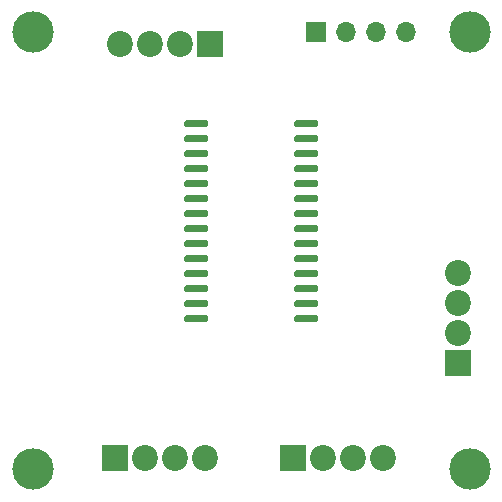
<source format=gbr>
%TF.GenerationSoftware,KiCad,Pcbnew,(5.1.8-0-10_14)*%
%TF.CreationDate,2020-12-02T22:30:47-05:00*%
%TF.ProjectId,Bartender Bot PCB,42617274-656e-4646-9572-20426f742050,rev?*%
%TF.SameCoordinates,Original*%
%TF.FileFunction,Soldermask,Top*%
%TF.FilePolarity,Negative*%
%FSLAX46Y46*%
G04 Gerber Fmt 4.6, Leading zero omitted, Abs format (unit mm)*
G04 Created by KiCad (PCBNEW (5.1.8-0-10_14)) date 2020-12-02 22:30:47*
%MOMM*%
%LPD*%
G01*
G04 APERTURE LIST*
%ADD10C,2.200000*%
%ADD11R,2.200000X2.200000*%
%ADD12C,3.505200*%
%ADD13R,1.700000X1.700000*%
%ADD14O,1.700000X1.700000*%
G04 APERTURE END LIST*
%TO.C,U1*%
G36*
G01*
X115825000Y-50895000D02*
X115825000Y-50595000D01*
G75*
G02*
X115975000Y-50445000I150000J0D01*
G01*
X117725000Y-50445000D01*
G75*
G02*
X117875000Y-50595000I0J-150000D01*
G01*
X117875000Y-50895000D01*
G75*
G02*
X117725000Y-51045000I-150000J0D01*
G01*
X115975000Y-51045000D01*
G75*
G02*
X115825000Y-50895000I0J150000D01*
G01*
G37*
G36*
G01*
X115825000Y-52165000D02*
X115825000Y-51865000D01*
G75*
G02*
X115975000Y-51715000I150000J0D01*
G01*
X117725000Y-51715000D01*
G75*
G02*
X117875000Y-51865000I0J-150000D01*
G01*
X117875000Y-52165000D01*
G75*
G02*
X117725000Y-52315000I-150000J0D01*
G01*
X115975000Y-52315000D01*
G75*
G02*
X115825000Y-52165000I0J150000D01*
G01*
G37*
G36*
G01*
X115825000Y-53435000D02*
X115825000Y-53135000D01*
G75*
G02*
X115975000Y-52985000I150000J0D01*
G01*
X117725000Y-52985000D01*
G75*
G02*
X117875000Y-53135000I0J-150000D01*
G01*
X117875000Y-53435000D01*
G75*
G02*
X117725000Y-53585000I-150000J0D01*
G01*
X115975000Y-53585000D01*
G75*
G02*
X115825000Y-53435000I0J150000D01*
G01*
G37*
G36*
G01*
X115825000Y-54705000D02*
X115825000Y-54405000D01*
G75*
G02*
X115975000Y-54255000I150000J0D01*
G01*
X117725000Y-54255000D01*
G75*
G02*
X117875000Y-54405000I0J-150000D01*
G01*
X117875000Y-54705000D01*
G75*
G02*
X117725000Y-54855000I-150000J0D01*
G01*
X115975000Y-54855000D01*
G75*
G02*
X115825000Y-54705000I0J150000D01*
G01*
G37*
G36*
G01*
X115825000Y-55975000D02*
X115825000Y-55675000D01*
G75*
G02*
X115975000Y-55525000I150000J0D01*
G01*
X117725000Y-55525000D01*
G75*
G02*
X117875000Y-55675000I0J-150000D01*
G01*
X117875000Y-55975000D01*
G75*
G02*
X117725000Y-56125000I-150000J0D01*
G01*
X115975000Y-56125000D01*
G75*
G02*
X115825000Y-55975000I0J150000D01*
G01*
G37*
G36*
G01*
X115825000Y-57245000D02*
X115825000Y-56945000D01*
G75*
G02*
X115975000Y-56795000I150000J0D01*
G01*
X117725000Y-56795000D01*
G75*
G02*
X117875000Y-56945000I0J-150000D01*
G01*
X117875000Y-57245000D01*
G75*
G02*
X117725000Y-57395000I-150000J0D01*
G01*
X115975000Y-57395000D01*
G75*
G02*
X115825000Y-57245000I0J150000D01*
G01*
G37*
G36*
G01*
X115825000Y-58515000D02*
X115825000Y-58215000D01*
G75*
G02*
X115975000Y-58065000I150000J0D01*
G01*
X117725000Y-58065000D01*
G75*
G02*
X117875000Y-58215000I0J-150000D01*
G01*
X117875000Y-58515000D01*
G75*
G02*
X117725000Y-58665000I-150000J0D01*
G01*
X115975000Y-58665000D01*
G75*
G02*
X115825000Y-58515000I0J150000D01*
G01*
G37*
G36*
G01*
X115825000Y-59785000D02*
X115825000Y-59485000D01*
G75*
G02*
X115975000Y-59335000I150000J0D01*
G01*
X117725000Y-59335000D01*
G75*
G02*
X117875000Y-59485000I0J-150000D01*
G01*
X117875000Y-59785000D01*
G75*
G02*
X117725000Y-59935000I-150000J0D01*
G01*
X115975000Y-59935000D01*
G75*
G02*
X115825000Y-59785000I0J150000D01*
G01*
G37*
G36*
G01*
X115825000Y-61055000D02*
X115825000Y-60755000D01*
G75*
G02*
X115975000Y-60605000I150000J0D01*
G01*
X117725000Y-60605000D01*
G75*
G02*
X117875000Y-60755000I0J-150000D01*
G01*
X117875000Y-61055000D01*
G75*
G02*
X117725000Y-61205000I-150000J0D01*
G01*
X115975000Y-61205000D01*
G75*
G02*
X115825000Y-61055000I0J150000D01*
G01*
G37*
G36*
G01*
X115825000Y-62325000D02*
X115825000Y-62025000D01*
G75*
G02*
X115975000Y-61875000I150000J0D01*
G01*
X117725000Y-61875000D01*
G75*
G02*
X117875000Y-62025000I0J-150000D01*
G01*
X117875000Y-62325000D01*
G75*
G02*
X117725000Y-62475000I-150000J0D01*
G01*
X115975000Y-62475000D01*
G75*
G02*
X115825000Y-62325000I0J150000D01*
G01*
G37*
G36*
G01*
X115825000Y-63595000D02*
X115825000Y-63295000D01*
G75*
G02*
X115975000Y-63145000I150000J0D01*
G01*
X117725000Y-63145000D01*
G75*
G02*
X117875000Y-63295000I0J-150000D01*
G01*
X117875000Y-63595000D01*
G75*
G02*
X117725000Y-63745000I-150000J0D01*
G01*
X115975000Y-63745000D01*
G75*
G02*
X115825000Y-63595000I0J150000D01*
G01*
G37*
G36*
G01*
X115825000Y-64865000D02*
X115825000Y-64565000D01*
G75*
G02*
X115975000Y-64415000I150000J0D01*
G01*
X117725000Y-64415000D01*
G75*
G02*
X117875000Y-64565000I0J-150000D01*
G01*
X117875000Y-64865000D01*
G75*
G02*
X117725000Y-65015000I-150000J0D01*
G01*
X115975000Y-65015000D01*
G75*
G02*
X115825000Y-64865000I0J150000D01*
G01*
G37*
G36*
G01*
X115825000Y-66135000D02*
X115825000Y-65835000D01*
G75*
G02*
X115975000Y-65685000I150000J0D01*
G01*
X117725000Y-65685000D01*
G75*
G02*
X117875000Y-65835000I0J-150000D01*
G01*
X117875000Y-66135000D01*
G75*
G02*
X117725000Y-66285000I-150000J0D01*
G01*
X115975000Y-66285000D01*
G75*
G02*
X115825000Y-66135000I0J150000D01*
G01*
G37*
G36*
G01*
X115825000Y-67405000D02*
X115825000Y-67105000D01*
G75*
G02*
X115975000Y-66955000I150000J0D01*
G01*
X117725000Y-66955000D01*
G75*
G02*
X117875000Y-67105000I0J-150000D01*
G01*
X117875000Y-67405000D01*
G75*
G02*
X117725000Y-67555000I-150000J0D01*
G01*
X115975000Y-67555000D01*
G75*
G02*
X115825000Y-67405000I0J150000D01*
G01*
G37*
G36*
G01*
X125125000Y-67405000D02*
X125125000Y-67105000D01*
G75*
G02*
X125275000Y-66955000I150000J0D01*
G01*
X127025000Y-66955000D01*
G75*
G02*
X127175000Y-67105000I0J-150000D01*
G01*
X127175000Y-67405000D01*
G75*
G02*
X127025000Y-67555000I-150000J0D01*
G01*
X125275000Y-67555000D01*
G75*
G02*
X125125000Y-67405000I0J150000D01*
G01*
G37*
G36*
G01*
X125125000Y-66135000D02*
X125125000Y-65835000D01*
G75*
G02*
X125275000Y-65685000I150000J0D01*
G01*
X127025000Y-65685000D01*
G75*
G02*
X127175000Y-65835000I0J-150000D01*
G01*
X127175000Y-66135000D01*
G75*
G02*
X127025000Y-66285000I-150000J0D01*
G01*
X125275000Y-66285000D01*
G75*
G02*
X125125000Y-66135000I0J150000D01*
G01*
G37*
G36*
G01*
X125125000Y-64865000D02*
X125125000Y-64565000D01*
G75*
G02*
X125275000Y-64415000I150000J0D01*
G01*
X127025000Y-64415000D01*
G75*
G02*
X127175000Y-64565000I0J-150000D01*
G01*
X127175000Y-64865000D01*
G75*
G02*
X127025000Y-65015000I-150000J0D01*
G01*
X125275000Y-65015000D01*
G75*
G02*
X125125000Y-64865000I0J150000D01*
G01*
G37*
G36*
G01*
X125125000Y-63595000D02*
X125125000Y-63295000D01*
G75*
G02*
X125275000Y-63145000I150000J0D01*
G01*
X127025000Y-63145000D01*
G75*
G02*
X127175000Y-63295000I0J-150000D01*
G01*
X127175000Y-63595000D01*
G75*
G02*
X127025000Y-63745000I-150000J0D01*
G01*
X125275000Y-63745000D01*
G75*
G02*
X125125000Y-63595000I0J150000D01*
G01*
G37*
G36*
G01*
X125125000Y-62325000D02*
X125125000Y-62025000D01*
G75*
G02*
X125275000Y-61875000I150000J0D01*
G01*
X127025000Y-61875000D01*
G75*
G02*
X127175000Y-62025000I0J-150000D01*
G01*
X127175000Y-62325000D01*
G75*
G02*
X127025000Y-62475000I-150000J0D01*
G01*
X125275000Y-62475000D01*
G75*
G02*
X125125000Y-62325000I0J150000D01*
G01*
G37*
G36*
G01*
X125125000Y-61055000D02*
X125125000Y-60755000D01*
G75*
G02*
X125275000Y-60605000I150000J0D01*
G01*
X127025000Y-60605000D01*
G75*
G02*
X127175000Y-60755000I0J-150000D01*
G01*
X127175000Y-61055000D01*
G75*
G02*
X127025000Y-61205000I-150000J0D01*
G01*
X125275000Y-61205000D01*
G75*
G02*
X125125000Y-61055000I0J150000D01*
G01*
G37*
G36*
G01*
X125125000Y-59785000D02*
X125125000Y-59485000D01*
G75*
G02*
X125275000Y-59335000I150000J0D01*
G01*
X127025000Y-59335000D01*
G75*
G02*
X127175000Y-59485000I0J-150000D01*
G01*
X127175000Y-59785000D01*
G75*
G02*
X127025000Y-59935000I-150000J0D01*
G01*
X125275000Y-59935000D01*
G75*
G02*
X125125000Y-59785000I0J150000D01*
G01*
G37*
G36*
G01*
X125125000Y-58515000D02*
X125125000Y-58215000D01*
G75*
G02*
X125275000Y-58065000I150000J0D01*
G01*
X127025000Y-58065000D01*
G75*
G02*
X127175000Y-58215000I0J-150000D01*
G01*
X127175000Y-58515000D01*
G75*
G02*
X127025000Y-58665000I-150000J0D01*
G01*
X125275000Y-58665000D01*
G75*
G02*
X125125000Y-58515000I0J150000D01*
G01*
G37*
G36*
G01*
X125125000Y-57245000D02*
X125125000Y-56945000D01*
G75*
G02*
X125275000Y-56795000I150000J0D01*
G01*
X127025000Y-56795000D01*
G75*
G02*
X127175000Y-56945000I0J-150000D01*
G01*
X127175000Y-57245000D01*
G75*
G02*
X127025000Y-57395000I-150000J0D01*
G01*
X125275000Y-57395000D01*
G75*
G02*
X125125000Y-57245000I0J150000D01*
G01*
G37*
G36*
G01*
X125125000Y-55975000D02*
X125125000Y-55675000D01*
G75*
G02*
X125275000Y-55525000I150000J0D01*
G01*
X127025000Y-55525000D01*
G75*
G02*
X127175000Y-55675000I0J-150000D01*
G01*
X127175000Y-55975000D01*
G75*
G02*
X127025000Y-56125000I-150000J0D01*
G01*
X125275000Y-56125000D01*
G75*
G02*
X125125000Y-55975000I0J150000D01*
G01*
G37*
G36*
G01*
X125125000Y-54705000D02*
X125125000Y-54405000D01*
G75*
G02*
X125275000Y-54255000I150000J0D01*
G01*
X127025000Y-54255000D01*
G75*
G02*
X127175000Y-54405000I0J-150000D01*
G01*
X127175000Y-54705000D01*
G75*
G02*
X127025000Y-54855000I-150000J0D01*
G01*
X125275000Y-54855000D01*
G75*
G02*
X125125000Y-54705000I0J150000D01*
G01*
G37*
G36*
G01*
X125125000Y-53435000D02*
X125125000Y-53135000D01*
G75*
G02*
X125275000Y-52985000I150000J0D01*
G01*
X127025000Y-52985000D01*
G75*
G02*
X127175000Y-53135000I0J-150000D01*
G01*
X127175000Y-53435000D01*
G75*
G02*
X127025000Y-53585000I-150000J0D01*
G01*
X125275000Y-53585000D01*
G75*
G02*
X125125000Y-53435000I0J150000D01*
G01*
G37*
G36*
G01*
X125125000Y-52165000D02*
X125125000Y-51865000D01*
G75*
G02*
X125275000Y-51715000I150000J0D01*
G01*
X127025000Y-51715000D01*
G75*
G02*
X127175000Y-51865000I0J-150000D01*
G01*
X127175000Y-52165000D01*
G75*
G02*
X127025000Y-52315000I-150000J0D01*
G01*
X125275000Y-52315000D01*
G75*
G02*
X125125000Y-52165000I0J150000D01*
G01*
G37*
G36*
G01*
X125125000Y-50895000D02*
X125125000Y-50595000D01*
G75*
G02*
X125275000Y-50445000I150000J0D01*
G01*
X127025000Y-50445000D01*
G75*
G02*
X127175000Y-50595000I0J-150000D01*
G01*
X127175000Y-50895000D01*
G75*
G02*
X127025000Y-51045000I-150000J0D01*
G01*
X125275000Y-51045000D01*
G75*
G02*
X125125000Y-50895000I0J150000D01*
G01*
G37*
%TD*%
D10*
%TO.C,J6*%
X110380000Y-44000000D03*
X112920000Y-44000000D03*
X115460000Y-44000000D03*
D11*
X118000000Y-44000000D03*
%TD*%
D10*
%TO.C,J5*%
X132620000Y-79000000D03*
X130080000Y-79000000D03*
X127540000Y-79000000D03*
D11*
X125000000Y-79000000D03*
%TD*%
D10*
%TO.C,J4*%
X117620000Y-79000000D03*
X115080000Y-79000000D03*
X112540000Y-79000000D03*
D11*
X110000000Y-79000000D03*
%TD*%
D10*
%TO.C,J3*%
X139000000Y-63380000D03*
X139000000Y-65920000D03*
X139000000Y-68460000D03*
D11*
X139000000Y-71000000D03*
%TD*%
D12*
%TO.C,*%
X140000000Y-80000000D03*
%TD*%
%TO.C,*%
X103000000Y-80000000D03*
%TD*%
%TO.C,*%
X140000000Y-43000000D03*
%TD*%
%TO.C,*%
X103000000Y-43000000D03*
%TD*%
D13*
%TO.C,J1*%
X127000000Y-43000000D03*
D14*
X129540000Y-43000000D03*
X132080000Y-43000000D03*
X134620000Y-43000000D03*
%TD*%
M02*

</source>
